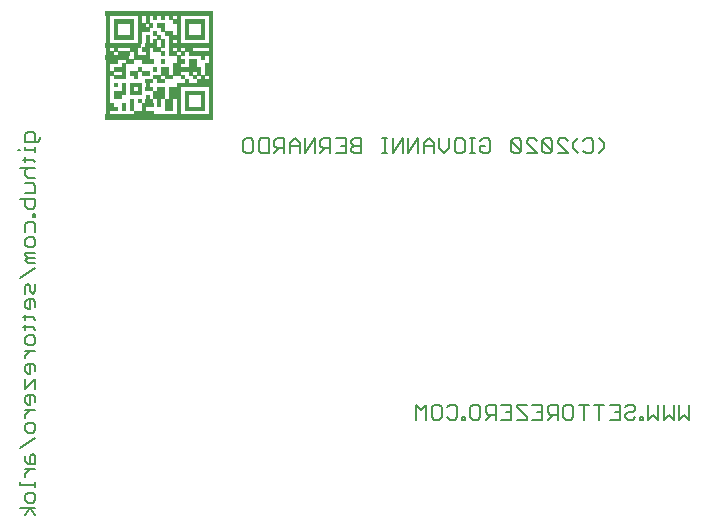
<source format=gbr>
G04 EAGLE Gerber RS-274X export*
G75*
%MOMM*%
%FSLAX34Y34*%
%LPD*%
%INSilkscreen Bottom*%
%IPPOS*%
%AMOC8*
5,1,8,0,0,1.08239X$1,22.5*%
G01*
%ADD10C,0.152400*%
%ADD11R,9.144000X0.030481*%
%ADD12R,9.144000X0.030475*%
%ADD13R,0.396238X0.030481*%
%ADD14R,1.676400X0.030481*%
%ADD15R,0.335281X0.030481*%
%ADD16R,0.365756X0.030481*%
%ADD17R,0.396238X0.030475*%
%ADD18R,1.676400X0.030475*%
%ADD19R,0.335281X0.030475*%
%ADD20R,0.365756X0.030475*%
%ADD21R,1.066800X0.030475*%
%ADD22R,0.335275X0.030475*%
%ADD23R,0.670563X0.030475*%
%ADD24R,1.066800X0.030481*%
%ADD25R,0.335275X0.030481*%
%ADD26R,0.670563X0.030481*%
%ADD27R,0.731519X0.030481*%
%ADD28R,1.005837X0.030481*%
%ADD29R,0.731519X0.030475*%
%ADD30R,1.005837X0.030475*%
%ADD31R,0.670556X0.030481*%
%ADD32R,0.670556X0.030475*%
%ADD33R,3.048000X0.030481*%
%ADD34R,3.048000X0.030475*%
%ADD35R,1.371600X0.030475*%
%ADD36R,1.371600X0.030481*%
%ADD37R,0.701037X0.030481*%
%ADD38R,0.701037X0.030475*%
%ADD39R,2.346956X0.030475*%
%ADD40R,2.346956X0.030481*%
%ADD41R,2.072637X0.030481*%
%ADD42R,1.341119X0.030481*%
%ADD43R,2.072637X0.030475*%
%ADD44R,1.341119X0.030475*%
%ADD45R,2.042156X0.030481*%
%ADD46R,2.042156X0.030475*%
%ADD47R,3.078481X0.030481*%
%ADD48R,3.718556X0.030481*%
%ADD49R,3.078481X0.030475*%
%ADD50R,3.718556X0.030475*%


D10*
X502747Y397256D02*
X506984Y401493D01*
X506984Y405730D01*
X502747Y409967D01*
X491897Y409967D02*
X489779Y407848D01*
X491897Y409967D02*
X496134Y409967D01*
X498253Y407848D01*
X498253Y399374D01*
X496134Y397256D01*
X491897Y397256D01*
X489779Y399374D01*
X485155Y397256D02*
X480918Y401493D01*
X480918Y405730D01*
X485155Y409967D01*
X476424Y397256D02*
X467950Y397256D01*
X476424Y397256D02*
X467950Y405730D01*
X467950Y407848D01*
X470068Y409967D01*
X474305Y409967D01*
X476424Y407848D01*
X463327Y407848D02*
X463327Y399374D01*
X463327Y407848D02*
X461208Y409967D01*
X456971Y409967D01*
X454853Y407848D01*
X454853Y399374D01*
X456971Y397256D01*
X461208Y397256D01*
X463327Y399374D01*
X454853Y407848D01*
X450229Y397256D02*
X441755Y397256D01*
X450229Y397256D02*
X441755Y405730D01*
X441755Y407848D01*
X443874Y409967D01*
X448111Y409967D01*
X450229Y407848D01*
X437132Y407848D02*
X437132Y399374D01*
X437132Y407848D02*
X435014Y409967D01*
X430777Y409967D01*
X428658Y407848D01*
X428658Y399374D01*
X430777Y397256D01*
X435014Y397256D01*
X437132Y399374D01*
X428658Y407848D01*
X404582Y409967D02*
X402464Y407848D01*
X404582Y409967D02*
X408819Y409967D01*
X410938Y407848D01*
X410938Y399374D01*
X408819Y397256D01*
X404582Y397256D01*
X402464Y399374D01*
X402464Y403611D01*
X406701Y403611D01*
X397840Y397256D02*
X393603Y397256D01*
X395722Y397256D02*
X395722Y409967D01*
X397840Y409967D02*
X393603Y409967D01*
X386990Y409967D02*
X382753Y409967D01*
X386990Y409967D02*
X389109Y407848D01*
X389109Y399374D01*
X386990Y397256D01*
X382753Y397256D01*
X380635Y399374D01*
X380635Y407848D01*
X382753Y409967D01*
X376012Y409967D02*
X376012Y401493D01*
X371775Y397256D01*
X367538Y401493D01*
X367538Y409967D01*
X362914Y405730D02*
X362914Y397256D01*
X362914Y405730D02*
X358677Y409967D01*
X354440Y405730D01*
X354440Y397256D01*
X354440Y403611D02*
X362914Y403611D01*
X349817Y397256D02*
X349817Y409967D01*
X341343Y397256D01*
X341343Y409967D01*
X336720Y409967D02*
X336720Y397256D01*
X328246Y397256D02*
X336720Y409967D01*
X328246Y409967D02*
X328246Y397256D01*
X323623Y397256D02*
X319386Y397256D01*
X321504Y397256D02*
X321504Y409967D01*
X319386Y409967D02*
X323623Y409967D01*
X301794Y409967D02*
X301794Y397256D01*
X301794Y409967D02*
X295438Y409967D01*
X293320Y407848D01*
X293320Y405730D01*
X295438Y403611D01*
X293320Y401493D01*
X293320Y399374D01*
X295438Y397256D01*
X301794Y397256D01*
X301794Y403611D02*
X295438Y403611D01*
X288697Y409967D02*
X280223Y409967D01*
X288697Y409967D02*
X288697Y397256D01*
X280223Y397256D01*
X284460Y403611D02*
X288697Y403611D01*
X275599Y397256D02*
X275599Y409967D01*
X269244Y409967D01*
X267125Y407848D01*
X267125Y403611D01*
X269244Y401493D01*
X275599Y401493D01*
X271362Y401493D02*
X267125Y397256D01*
X262502Y397256D02*
X262502Y409967D01*
X254028Y397256D01*
X254028Y409967D01*
X249405Y405730D02*
X249405Y397256D01*
X249405Y405730D02*
X245168Y409967D01*
X240931Y405730D01*
X240931Y397256D01*
X240931Y403611D02*
X249405Y403611D01*
X236308Y397256D02*
X236308Y409967D01*
X229952Y409967D01*
X227834Y407848D01*
X227834Y403611D01*
X229952Y401493D01*
X236308Y401493D01*
X232071Y401493D02*
X227834Y397256D01*
X223210Y397256D02*
X223210Y409967D01*
X223210Y397256D02*
X216855Y397256D01*
X214736Y399374D01*
X214736Y407848D01*
X216855Y409967D01*
X223210Y409967D01*
X207995Y409967D02*
X203758Y409967D01*
X207995Y409967D02*
X210113Y407848D01*
X210113Y399374D01*
X207995Y397256D01*
X203758Y397256D01*
X201639Y399374D01*
X201639Y407848D01*
X203758Y409967D01*
X579374Y184415D02*
X579374Y171704D01*
X575137Y175941D01*
X570900Y171704D01*
X570900Y184415D01*
X566277Y184415D02*
X566277Y171704D01*
X562040Y175941D01*
X557803Y171704D01*
X557803Y184415D01*
X553180Y184415D02*
X553180Y171704D01*
X548943Y175941D01*
X544706Y171704D01*
X544706Y184415D01*
X540082Y173822D02*
X540082Y171704D01*
X540082Y173822D02*
X537964Y173822D01*
X537964Y171704D01*
X540082Y171704D01*
X527178Y184415D02*
X525060Y182296D01*
X527178Y184415D02*
X531415Y184415D01*
X533534Y182296D01*
X533534Y180178D01*
X531415Y178059D01*
X527178Y178059D01*
X525060Y175941D01*
X525060Y173822D01*
X527178Y171704D01*
X531415Y171704D01*
X533534Y173822D01*
X520436Y184415D02*
X511962Y184415D01*
X520436Y184415D02*
X520436Y171704D01*
X511962Y171704D01*
X516199Y178059D02*
X520436Y178059D01*
X503102Y171704D02*
X503102Y184415D01*
X507339Y184415D02*
X498865Y184415D01*
X490005Y184415D02*
X490005Y171704D01*
X494242Y184415D02*
X485768Y184415D01*
X479026Y184415D02*
X474789Y184415D01*
X479026Y184415D02*
X481145Y182296D01*
X481145Y173822D01*
X479026Y171704D01*
X474789Y171704D01*
X472671Y173822D01*
X472671Y182296D01*
X474789Y184415D01*
X468047Y184415D02*
X468047Y171704D01*
X468047Y184415D02*
X461692Y184415D01*
X459573Y182296D01*
X459573Y178059D01*
X461692Y175941D01*
X468047Y175941D01*
X463810Y175941D02*
X459573Y171704D01*
X454950Y184415D02*
X446476Y184415D01*
X454950Y184415D02*
X454950Y171704D01*
X446476Y171704D01*
X450713Y178059D02*
X454950Y178059D01*
X441853Y184415D02*
X433379Y184415D01*
X433379Y182296D01*
X441853Y173822D01*
X441853Y171704D01*
X433379Y171704D01*
X428756Y184415D02*
X420282Y184415D01*
X428756Y184415D02*
X428756Y171704D01*
X420282Y171704D01*
X424519Y178059D02*
X428756Y178059D01*
X415658Y171704D02*
X415658Y184415D01*
X409303Y184415D01*
X407184Y182296D01*
X407184Y178059D01*
X409303Y175941D01*
X415658Y175941D01*
X411421Y175941D02*
X407184Y171704D01*
X400443Y184415D02*
X396206Y184415D01*
X400443Y184415D02*
X402561Y182296D01*
X402561Y173822D01*
X400443Y171704D01*
X396206Y171704D01*
X394087Y173822D01*
X394087Y182296D01*
X396206Y184415D01*
X389464Y173822D02*
X389464Y171704D01*
X389464Y173822D02*
X387345Y173822D01*
X387345Y171704D01*
X389464Y171704D01*
X376560Y184415D02*
X374441Y182296D01*
X376560Y184415D02*
X380797Y184415D01*
X382915Y182296D01*
X382915Y173822D01*
X380797Y171704D01*
X376560Y171704D01*
X374441Y173822D01*
X367700Y184415D02*
X363463Y184415D01*
X367700Y184415D02*
X369818Y182296D01*
X369818Y173822D01*
X367700Y171704D01*
X363463Y171704D01*
X361344Y173822D01*
X361344Y182296D01*
X363463Y184415D01*
X356721Y184415D02*
X356721Y171704D01*
X352484Y180178D02*
X356721Y184415D01*
X352484Y180178D02*
X348247Y184415D01*
X348247Y171704D01*
X29891Y409189D02*
X29891Y411307D01*
X29891Y409189D02*
X27772Y407070D01*
X17180Y407070D01*
X17180Y413426D01*
X19299Y415544D01*
X23536Y415544D01*
X25654Y413426D01*
X25654Y407070D01*
X17180Y402447D02*
X17180Y400328D01*
X25654Y400328D01*
X25654Y398210D02*
X25654Y402447D01*
X12943Y400328D02*
X10825Y400328D01*
X15062Y391597D02*
X23536Y391597D01*
X25654Y389478D01*
X17180Y389478D02*
X17180Y393715D01*
X12943Y384984D02*
X25654Y384984D01*
X19299Y384984D02*
X17180Y382865D01*
X17180Y378628D01*
X19299Y376510D01*
X25654Y376510D01*
X23536Y371887D02*
X17180Y371887D01*
X23536Y371887D02*
X25654Y369768D01*
X25654Y363413D01*
X17180Y363413D01*
X12943Y358789D02*
X25654Y358789D01*
X25654Y352434D01*
X23536Y350315D01*
X19299Y350315D01*
X17180Y352434D01*
X17180Y358789D01*
X23536Y345692D02*
X25654Y345692D01*
X23536Y345692D02*
X23536Y343574D01*
X25654Y343574D01*
X25654Y345692D01*
X17180Y337025D02*
X17180Y330669D01*
X17180Y337025D02*
X19299Y339143D01*
X23536Y339143D01*
X25654Y337025D01*
X25654Y330669D01*
X25654Y323928D02*
X25654Y319691D01*
X23536Y317572D01*
X19299Y317572D01*
X17180Y319691D01*
X17180Y323928D01*
X19299Y326046D01*
X23536Y326046D01*
X25654Y323928D01*
X25654Y312949D02*
X17180Y312949D01*
X17180Y310830D01*
X19299Y308712D01*
X25654Y308712D01*
X19299Y308712D02*
X17180Y306593D01*
X19299Y304475D01*
X25654Y304475D01*
X25654Y299852D02*
X12943Y291378D01*
X25654Y286754D02*
X25654Y280399D01*
X23536Y278280D01*
X21417Y280399D01*
X21417Y284636D01*
X19299Y286754D01*
X17180Y284636D01*
X17180Y278280D01*
X25654Y271539D02*
X25654Y267302D01*
X25654Y271539D02*
X23536Y273657D01*
X19299Y273657D01*
X17180Y271539D01*
X17180Y267302D01*
X19299Y265183D01*
X21417Y265183D01*
X21417Y273657D01*
X23536Y258441D02*
X15062Y258441D01*
X23536Y258441D02*
X25654Y256323D01*
X17180Y256323D02*
X17180Y260560D01*
X15062Y249710D02*
X23536Y249710D01*
X25654Y247591D01*
X17180Y247591D02*
X17180Y251828D01*
X25654Y240978D02*
X25654Y236741D01*
X23536Y234623D01*
X19299Y234623D01*
X17180Y236741D01*
X17180Y240978D01*
X19299Y243097D01*
X23536Y243097D01*
X25654Y240978D01*
X25654Y230000D02*
X17180Y230000D01*
X21417Y230000D02*
X17180Y225763D01*
X17180Y223644D01*
X25654Y216967D02*
X25654Y212730D01*
X25654Y216967D02*
X23536Y219085D01*
X19299Y219085D01*
X17180Y216967D01*
X17180Y212730D01*
X19299Y210611D01*
X21417Y210611D01*
X21417Y219085D01*
X17180Y205988D02*
X17180Y197514D01*
X25654Y205988D01*
X25654Y197514D01*
X25654Y190772D02*
X25654Y186535D01*
X25654Y190772D02*
X23536Y192891D01*
X19299Y192891D01*
X17180Y190772D01*
X17180Y186535D01*
X19299Y184417D01*
X21417Y184417D01*
X21417Y192891D01*
X25654Y179794D02*
X17180Y179794D01*
X21417Y179794D02*
X17180Y175557D01*
X17180Y173438D01*
X25654Y166761D02*
X25654Y162524D01*
X23536Y160405D01*
X19299Y160405D01*
X17180Y162524D01*
X17180Y166761D01*
X19299Y168879D01*
X23536Y168879D01*
X25654Y166761D01*
X25654Y155782D02*
X12943Y147308D01*
X17180Y140566D02*
X17180Y136329D01*
X19299Y134211D01*
X25654Y134211D01*
X25654Y140566D01*
X23536Y142685D01*
X21417Y140566D01*
X21417Y134211D01*
X25654Y129587D02*
X17180Y129587D01*
X21417Y129587D02*
X17180Y125350D01*
X17180Y123232D01*
X12943Y118673D02*
X12943Y116555D01*
X25654Y116555D01*
X25654Y118673D02*
X25654Y114436D01*
X25654Y107823D02*
X25654Y103586D01*
X23536Y101468D01*
X19299Y101468D01*
X17180Y103586D01*
X17180Y107823D01*
X19299Y109942D01*
X23536Y109942D01*
X25654Y107823D01*
X25654Y96844D02*
X12943Y96844D01*
X21417Y96844D02*
X25654Y90489D01*
X21417Y96844D02*
X17180Y90489D01*
D11*
X130607Y425501D03*
D12*
X130607Y425806D03*
D11*
X130607Y426110D03*
X130607Y426415D03*
D12*
X130607Y426720D03*
D11*
X130607Y427025D03*
D12*
X130607Y427330D03*
D11*
X130607Y427634D03*
X130607Y427939D03*
D12*
X130607Y428244D03*
D11*
X130607Y428549D03*
D12*
X130607Y428854D03*
D11*
X130607Y429158D03*
D13*
X86868Y429463D03*
D14*
X117348Y429463D03*
D15*
X147523Y429463D03*
D16*
X174498Y429463D03*
D17*
X86868Y429768D03*
D18*
X117348Y429768D03*
D19*
X147523Y429768D03*
D20*
X174498Y429768D03*
D13*
X86868Y430073D03*
D14*
X117348Y430073D03*
D15*
X147523Y430073D03*
D16*
X174498Y430073D03*
D17*
X86868Y430378D03*
D18*
X117348Y430378D03*
D19*
X147523Y430378D03*
D20*
X174498Y430378D03*
D13*
X86868Y430682D03*
D14*
X117348Y430682D03*
D15*
X147523Y430682D03*
D16*
X174498Y430682D03*
D13*
X86868Y430987D03*
D14*
X117348Y430987D03*
D15*
X147523Y430987D03*
D16*
X174498Y430987D03*
D17*
X86868Y431292D03*
D18*
X117348Y431292D03*
D19*
X147523Y431292D03*
D20*
X174498Y431292D03*
D13*
X86868Y431597D03*
D14*
X117348Y431597D03*
D15*
X147523Y431597D03*
D16*
X174498Y431597D03*
D17*
X86868Y431902D03*
D18*
X117348Y431902D03*
D19*
X147523Y431902D03*
D20*
X174498Y431902D03*
D13*
X86868Y432206D03*
D14*
X117348Y432206D03*
D15*
X147523Y432206D03*
D16*
X174498Y432206D03*
D13*
X86868Y432511D03*
D14*
X117348Y432511D03*
D15*
X147523Y432511D03*
D16*
X174498Y432511D03*
D21*
X90221Y432816D03*
D22*
X100584Y432816D03*
D19*
X107290Y432816D03*
D22*
X117348Y432816D03*
D23*
X139141Y432816D03*
D19*
X147523Y432816D03*
D18*
X160934Y432816D03*
D20*
X174498Y432816D03*
D24*
X90221Y433121D03*
D25*
X100584Y433121D03*
D15*
X107290Y433121D03*
D25*
X117348Y433121D03*
D26*
X139141Y433121D03*
D15*
X147523Y433121D03*
D14*
X160934Y433121D03*
D16*
X174498Y433121D03*
D21*
X90221Y433426D03*
D22*
X100584Y433426D03*
D19*
X107290Y433426D03*
D22*
X117348Y433426D03*
D23*
X139141Y433426D03*
D19*
X147523Y433426D03*
D18*
X160934Y433426D03*
D20*
X174498Y433426D03*
D24*
X90221Y433730D03*
D25*
X100584Y433730D03*
D15*
X107290Y433730D03*
D25*
X117348Y433730D03*
D26*
X139141Y433730D03*
D15*
X147523Y433730D03*
D14*
X160934Y433730D03*
D16*
X174498Y433730D03*
D24*
X90221Y434035D03*
D25*
X100584Y434035D03*
D15*
X107290Y434035D03*
D25*
X117348Y434035D03*
D26*
X139141Y434035D03*
D15*
X147523Y434035D03*
D14*
X160934Y434035D03*
D16*
X174498Y434035D03*
D21*
X90221Y434340D03*
D22*
X100584Y434340D03*
D19*
X107290Y434340D03*
D22*
X117348Y434340D03*
D23*
X139141Y434340D03*
D19*
X147523Y434340D03*
D18*
X160934Y434340D03*
D20*
X174498Y434340D03*
D24*
X90221Y434645D03*
D25*
X100584Y434645D03*
D15*
X107290Y434645D03*
D25*
X117348Y434645D03*
D26*
X139141Y434645D03*
D15*
X147523Y434645D03*
D14*
X160934Y434645D03*
D16*
X174498Y434645D03*
D21*
X90221Y434950D03*
D22*
X100584Y434950D03*
D19*
X107290Y434950D03*
D22*
X117348Y434950D03*
D23*
X139141Y434950D03*
D19*
X147523Y434950D03*
D18*
X160934Y434950D03*
D20*
X174498Y434950D03*
D24*
X90221Y435254D03*
D25*
X100584Y435254D03*
D15*
X107290Y435254D03*
D25*
X117348Y435254D03*
D26*
X139141Y435254D03*
D15*
X147523Y435254D03*
D14*
X160934Y435254D03*
D16*
X174498Y435254D03*
D24*
X90221Y435559D03*
D25*
X100584Y435559D03*
D15*
X107290Y435559D03*
D25*
X117348Y435559D03*
D26*
X139141Y435559D03*
D15*
X147523Y435559D03*
D14*
X160934Y435559D03*
D16*
X174498Y435559D03*
D21*
X90221Y435864D03*
D22*
X100584Y435864D03*
D19*
X107290Y435864D03*
D22*
X117348Y435864D03*
D23*
X139141Y435864D03*
D19*
X147523Y435864D03*
D18*
X160934Y435864D03*
D20*
X174498Y435864D03*
D27*
X88544Y436169D03*
D25*
X100584Y436169D03*
D15*
X107290Y436169D03*
D28*
X120701Y436169D03*
D15*
X130759Y436169D03*
D26*
X139141Y436169D03*
D15*
X147523Y436169D03*
X154229Y436169D03*
D25*
X167640Y436169D03*
D16*
X174498Y436169D03*
D29*
X88544Y436474D03*
D22*
X100584Y436474D03*
D19*
X107290Y436474D03*
D30*
X120701Y436474D03*
D19*
X130759Y436474D03*
D23*
X139141Y436474D03*
D19*
X147523Y436474D03*
X154229Y436474D03*
D22*
X167640Y436474D03*
D20*
X174498Y436474D03*
D27*
X88544Y436778D03*
D25*
X100584Y436778D03*
D15*
X107290Y436778D03*
D28*
X120701Y436778D03*
D15*
X130759Y436778D03*
D26*
X139141Y436778D03*
D15*
X147523Y436778D03*
X154229Y436778D03*
D25*
X167640Y436778D03*
D16*
X174498Y436778D03*
D27*
X88544Y437083D03*
D25*
X100584Y437083D03*
D15*
X107290Y437083D03*
D28*
X120701Y437083D03*
D15*
X130759Y437083D03*
D26*
X139141Y437083D03*
D15*
X147523Y437083D03*
X154229Y437083D03*
D25*
X167640Y437083D03*
D16*
X174498Y437083D03*
D29*
X88544Y437388D03*
D22*
X100584Y437388D03*
D19*
X107290Y437388D03*
D30*
X120701Y437388D03*
D19*
X130759Y437388D03*
D23*
X139141Y437388D03*
D19*
X147523Y437388D03*
X154229Y437388D03*
D22*
X167640Y437388D03*
D20*
X174498Y437388D03*
D27*
X88544Y437693D03*
D25*
X100584Y437693D03*
D15*
X107290Y437693D03*
D28*
X120701Y437693D03*
D15*
X130759Y437693D03*
D26*
X139141Y437693D03*
D15*
X147523Y437693D03*
X154229Y437693D03*
D25*
X167640Y437693D03*
D16*
X174498Y437693D03*
D29*
X88544Y437998D03*
D22*
X100584Y437998D03*
D19*
X107290Y437998D03*
D30*
X120701Y437998D03*
D19*
X130759Y437998D03*
D23*
X139141Y437998D03*
D19*
X147523Y437998D03*
X154229Y437998D03*
D22*
X167640Y437998D03*
D20*
X174498Y437998D03*
D27*
X88544Y438302D03*
D25*
X100584Y438302D03*
D15*
X107290Y438302D03*
D28*
X120701Y438302D03*
D15*
X130759Y438302D03*
D26*
X139141Y438302D03*
D15*
X147523Y438302D03*
X154229Y438302D03*
D25*
X167640Y438302D03*
D16*
X174498Y438302D03*
D27*
X88544Y438607D03*
D25*
X100584Y438607D03*
D15*
X107290Y438607D03*
D28*
X120701Y438607D03*
D15*
X130759Y438607D03*
D26*
X139141Y438607D03*
D15*
X147523Y438607D03*
X154229Y438607D03*
D25*
X167640Y438607D03*
D16*
X174498Y438607D03*
D29*
X88544Y438912D03*
D22*
X100584Y438912D03*
D19*
X107290Y438912D03*
D30*
X120701Y438912D03*
D19*
X130759Y438912D03*
D23*
X139141Y438912D03*
D19*
X147523Y438912D03*
X154229Y438912D03*
D22*
X167640Y438912D03*
D20*
X174498Y438912D03*
D27*
X88544Y439217D03*
D25*
X100584Y439217D03*
D15*
X107290Y439217D03*
D28*
X120701Y439217D03*
D15*
X130759Y439217D03*
D26*
X139141Y439217D03*
D15*
X147523Y439217D03*
X154229Y439217D03*
D25*
X167640Y439217D03*
D16*
X174498Y439217D03*
D17*
X86868Y439522D03*
D19*
X107290Y439522D03*
X113995Y439522D03*
D23*
X122377Y439522D03*
D19*
X130759Y439522D03*
D23*
X139141Y439522D03*
D19*
X147523Y439522D03*
X154229Y439522D03*
D22*
X167640Y439522D03*
D20*
X174498Y439522D03*
D13*
X86868Y439826D03*
D15*
X107290Y439826D03*
X113995Y439826D03*
D26*
X122377Y439826D03*
D15*
X130759Y439826D03*
D26*
X139141Y439826D03*
D15*
X147523Y439826D03*
X154229Y439826D03*
D25*
X167640Y439826D03*
D16*
X174498Y439826D03*
D13*
X86868Y440131D03*
D15*
X107290Y440131D03*
X113995Y440131D03*
D26*
X122377Y440131D03*
D15*
X130759Y440131D03*
D26*
X139141Y440131D03*
D15*
X147523Y440131D03*
X154229Y440131D03*
D25*
X167640Y440131D03*
D16*
X174498Y440131D03*
D17*
X86868Y440436D03*
D19*
X107290Y440436D03*
X113995Y440436D03*
D23*
X122377Y440436D03*
D19*
X130759Y440436D03*
D23*
X139141Y440436D03*
D19*
X147523Y440436D03*
X154229Y440436D03*
D22*
X167640Y440436D03*
D20*
X174498Y440436D03*
D13*
X86868Y440741D03*
D15*
X107290Y440741D03*
X113995Y440741D03*
D26*
X122377Y440741D03*
D15*
X130759Y440741D03*
D26*
X139141Y440741D03*
D15*
X147523Y440741D03*
X154229Y440741D03*
D25*
X167640Y440741D03*
D16*
X174498Y440741D03*
D17*
X86868Y441046D03*
D19*
X107290Y441046D03*
X113995Y441046D03*
D23*
X122377Y441046D03*
D19*
X130759Y441046D03*
D23*
X139141Y441046D03*
D19*
X147523Y441046D03*
X154229Y441046D03*
D22*
X167640Y441046D03*
D20*
X174498Y441046D03*
D13*
X86868Y441350D03*
D15*
X107290Y441350D03*
X113995Y441350D03*
D26*
X122377Y441350D03*
D15*
X130759Y441350D03*
D26*
X139141Y441350D03*
D15*
X147523Y441350D03*
X154229Y441350D03*
D25*
X167640Y441350D03*
D16*
X174498Y441350D03*
D13*
X86868Y441655D03*
D15*
X107290Y441655D03*
X113995Y441655D03*
D26*
X122377Y441655D03*
D15*
X130759Y441655D03*
D26*
X139141Y441655D03*
D15*
X147523Y441655D03*
X154229Y441655D03*
D25*
X167640Y441655D03*
D16*
X174498Y441655D03*
D17*
X86868Y441960D03*
D19*
X107290Y441960D03*
X113995Y441960D03*
D23*
X122377Y441960D03*
D19*
X130759Y441960D03*
D23*
X139141Y441960D03*
D19*
X147523Y441960D03*
X154229Y441960D03*
D22*
X167640Y441960D03*
D20*
X174498Y441960D03*
D13*
X86868Y442265D03*
D15*
X107290Y442265D03*
X113995Y442265D03*
D26*
X122377Y442265D03*
D15*
X130759Y442265D03*
D26*
X139141Y442265D03*
D15*
X147523Y442265D03*
X154229Y442265D03*
D25*
X167640Y442265D03*
D16*
X174498Y442265D03*
D17*
X86868Y442570D03*
D19*
X107290Y442570D03*
X113995Y442570D03*
D23*
X122377Y442570D03*
D19*
X130759Y442570D03*
D23*
X139141Y442570D03*
D19*
X147523Y442570D03*
X154229Y442570D03*
D22*
X167640Y442570D03*
D20*
X174498Y442570D03*
D13*
X86868Y442874D03*
D31*
X95555Y442874D03*
D15*
X120701Y442874D03*
D28*
X130759Y442874D03*
X144170Y442874D03*
D15*
X154229Y442874D03*
D25*
X167640Y442874D03*
D16*
X174498Y442874D03*
D13*
X86868Y443179D03*
D31*
X95555Y443179D03*
D15*
X120701Y443179D03*
D28*
X130759Y443179D03*
X144170Y443179D03*
D15*
X154229Y443179D03*
D25*
X167640Y443179D03*
D16*
X174498Y443179D03*
D17*
X86868Y443484D03*
D32*
X95555Y443484D03*
D19*
X120701Y443484D03*
D30*
X130759Y443484D03*
X144170Y443484D03*
D19*
X154229Y443484D03*
D22*
X167640Y443484D03*
D20*
X174498Y443484D03*
D13*
X86868Y443789D03*
D31*
X95555Y443789D03*
D15*
X120701Y443789D03*
D28*
X130759Y443789D03*
X144170Y443789D03*
D15*
X154229Y443789D03*
D25*
X167640Y443789D03*
D16*
X174498Y443789D03*
D17*
X86868Y444094D03*
D32*
X95555Y444094D03*
D19*
X120701Y444094D03*
D30*
X130759Y444094D03*
X144170Y444094D03*
D19*
X154229Y444094D03*
D22*
X167640Y444094D03*
D20*
X174498Y444094D03*
D13*
X86868Y444398D03*
D31*
X95555Y444398D03*
D15*
X120701Y444398D03*
D28*
X130759Y444398D03*
X144170Y444398D03*
D15*
X154229Y444398D03*
D25*
X167640Y444398D03*
D16*
X174498Y444398D03*
D13*
X86868Y444703D03*
D31*
X95555Y444703D03*
D15*
X120701Y444703D03*
D28*
X130759Y444703D03*
X144170Y444703D03*
D15*
X154229Y444703D03*
D25*
X167640Y444703D03*
D16*
X174498Y444703D03*
D17*
X86868Y445008D03*
D32*
X95555Y445008D03*
D19*
X120701Y445008D03*
D30*
X130759Y445008D03*
X144170Y445008D03*
D19*
X154229Y445008D03*
D22*
X167640Y445008D03*
D20*
X174498Y445008D03*
D13*
X86868Y445313D03*
D31*
X95555Y445313D03*
D15*
X120701Y445313D03*
D28*
X130759Y445313D03*
X144170Y445313D03*
D15*
X154229Y445313D03*
D25*
X167640Y445313D03*
D16*
X174498Y445313D03*
D17*
X86868Y445618D03*
D32*
X95555Y445618D03*
D19*
X120701Y445618D03*
D30*
X130759Y445618D03*
X144170Y445618D03*
D19*
X154229Y445618D03*
D22*
X167640Y445618D03*
D20*
X174498Y445618D03*
D13*
X86868Y445922D03*
D31*
X95555Y445922D03*
D15*
X120701Y445922D03*
D28*
X130759Y445922D03*
X144170Y445922D03*
D15*
X154229Y445922D03*
D25*
X167640Y445922D03*
D16*
X174498Y445922D03*
D13*
X86868Y446227D03*
D28*
X97231Y446227D03*
X110642Y446227D03*
X130759Y446227D03*
X144170Y446227D03*
D14*
X160934Y446227D03*
D16*
X174498Y446227D03*
D17*
X86868Y446532D03*
D30*
X97231Y446532D03*
X110642Y446532D03*
X130759Y446532D03*
X144170Y446532D03*
D18*
X160934Y446532D03*
D20*
X174498Y446532D03*
D13*
X86868Y446837D03*
D28*
X97231Y446837D03*
X110642Y446837D03*
X130759Y446837D03*
X144170Y446837D03*
D14*
X160934Y446837D03*
D16*
X174498Y446837D03*
D17*
X86868Y447142D03*
D30*
X97231Y447142D03*
X110642Y447142D03*
X130759Y447142D03*
X144170Y447142D03*
D18*
X160934Y447142D03*
D20*
X174498Y447142D03*
D13*
X86868Y447446D03*
D28*
X97231Y447446D03*
X110642Y447446D03*
X130759Y447446D03*
X144170Y447446D03*
D14*
X160934Y447446D03*
D16*
X174498Y447446D03*
D13*
X86868Y447751D03*
D28*
X97231Y447751D03*
X110642Y447751D03*
X130759Y447751D03*
X144170Y447751D03*
D14*
X160934Y447751D03*
D16*
X174498Y447751D03*
D17*
X86868Y448056D03*
D30*
X97231Y448056D03*
X110642Y448056D03*
X130759Y448056D03*
X144170Y448056D03*
D18*
X160934Y448056D03*
D20*
X174498Y448056D03*
D13*
X86868Y448361D03*
D28*
X97231Y448361D03*
X110642Y448361D03*
X130759Y448361D03*
X144170Y448361D03*
D14*
X160934Y448361D03*
D16*
X174498Y448361D03*
D17*
X86868Y448666D03*
D30*
X97231Y448666D03*
X110642Y448666D03*
X130759Y448666D03*
X144170Y448666D03*
D18*
X160934Y448666D03*
D20*
X174498Y448666D03*
D13*
X86868Y448970D03*
D28*
X97231Y448970D03*
X110642Y448970D03*
X130759Y448970D03*
X144170Y448970D03*
D14*
X160934Y448970D03*
D16*
X174498Y448970D03*
D13*
X86868Y449275D03*
D28*
X97231Y449275D03*
X110642Y449275D03*
X130759Y449275D03*
X144170Y449275D03*
D14*
X160934Y449275D03*
D16*
X174498Y449275D03*
D17*
X86868Y449580D03*
D22*
X100584Y449580D03*
D19*
X107290Y449580D03*
X113995Y449580D03*
D23*
X122377Y449580D03*
D32*
X132436Y449580D03*
D30*
X144170Y449580D03*
D20*
X174498Y449580D03*
D13*
X86868Y449885D03*
D25*
X100584Y449885D03*
D15*
X107290Y449885D03*
X113995Y449885D03*
D26*
X122377Y449885D03*
D31*
X132436Y449885D03*
D28*
X144170Y449885D03*
D16*
X174498Y449885D03*
D17*
X86868Y450190D03*
D22*
X100584Y450190D03*
D19*
X107290Y450190D03*
X113995Y450190D03*
D23*
X122377Y450190D03*
D32*
X132436Y450190D03*
D30*
X144170Y450190D03*
D20*
X174498Y450190D03*
D13*
X86868Y450494D03*
D25*
X100584Y450494D03*
D15*
X107290Y450494D03*
X113995Y450494D03*
D26*
X122377Y450494D03*
D31*
X132436Y450494D03*
D28*
X144170Y450494D03*
D16*
X174498Y450494D03*
D13*
X86868Y450799D03*
D25*
X100584Y450799D03*
D15*
X107290Y450799D03*
X113995Y450799D03*
D26*
X122377Y450799D03*
D31*
X132436Y450799D03*
D28*
X144170Y450799D03*
D16*
X174498Y450799D03*
D17*
X86868Y451104D03*
D22*
X100584Y451104D03*
D19*
X107290Y451104D03*
X113995Y451104D03*
D23*
X122377Y451104D03*
D32*
X132436Y451104D03*
D30*
X144170Y451104D03*
D20*
X174498Y451104D03*
D13*
X86868Y451409D03*
D25*
X100584Y451409D03*
D15*
X107290Y451409D03*
X113995Y451409D03*
D26*
X122377Y451409D03*
D31*
X132436Y451409D03*
D28*
X144170Y451409D03*
D16*
X174498Y451409D03*
D17*
X86868Y451714D03*
D22*
X100584Y451714D03*
D19*
X107290Y451714D03*
X113995Y451714D03*
D23*
X122377Y451714D03*
D32*
X132436Y451714D03*
D30*
X144170Y451714D03*
D20*
X174498Y451714D03*
D13*
X86868Y452018D03*
D25*
X100584Y452018D03*
D15*
X107290Y452018D03*
X113995Y452018D03*
D26*
X122377Y452018D03*
D31*
X132436Y452018D03*
D28*
X144170Y452018D03*
D16*
X174498Y452018D03*
D13*
X86868Y452323D03*
D25*
X100584Y452323D03*
D15*
X107290Y452323D03*
X113995Y452323D03*
D26*
X122377Y452323D03*
D31*
X132436Y452323D03*
D28*
X144170Y452323D03*
D16*
X174498Y452323D03*
D17*
X86868Y452628D03*
D22*
X100584Y452628D03*
D19*
X107290Y452628D03*
X113995Y452628D03*
D23*
X122377Y452628D03*
D32*
X132436Y452628D03*
D30*
X144170Y452628D03*
D20*
X174498Y452628D03*
D13*
X86868Y452933D03*
D25*
X93878Y452933D03*
X100584Y452933D03*
D28*
X110642Y452933D03*
D15*
X120701Y452933D03*
D33*
X161087Y452933D03*
D17*
X86868Y453238D03*
D22*
X93878Y453238D03*
X100584Y453238D03*
D30*
X110642Y453238D03*
D19*
X120701Y453238D03*
D34*
X161087Y453238D03*
D13*
X86868Y453542D03*
D25*
X93878Y453542D03*
X100584Y453542D03*
D28*
X110642Y453542D03*
D15*
X120701Y453542D03*
D33*
X161087Y453542D03*
D13*
X86868Y453847D03*
D25*
X93878Y453847D03*
X100584Y453847D03*
D28*
X110642Y453847D03*
D15*
X120701Y453847D03*
D33*
X161087Y453847D03*
D17*
X86868Y454152D03*
D22*
X93878Y454152D03*
X100584Y454152D03*
D30*
X110642Y454152D03*
D19*
X120701Y454152D03*
D34*
X161087Y454152D03*
D13*
X86868Y454457D03*
D25*
X93878Y454457D03*
X100584Y454457D03*
D28*
X110642Y454457D03*
D15*
X120701Y454457D03*
D33*
X161087Y454457D03*
D17*
X86868Y454762D03*
D22*
X93878Y454762D03*
X100584Y454762D03*
D30*
X110642Y454762D03*
D19*
X120701Y454762D03*
D34*
X161087Y454762D03*
D13*
X86868Y455066D03*
D25*
X93878Y455066D03*
X100584Y455066D03*
D28*
X110642Y455066D03*
D15*
X120701Y455066D03*
D33*
X161087Y455066D03*
D13*
X86868Y455371D03*
D25*
X93878Y455371D03*
X100584Y455371D03*
D28*
X110642Y455371D03*
D15*
X120701Y455371D03*
D33*
X161087Y455371D03*
D17*
X86868Y455676D03*
D22*
X93878Y455676D03*
X100584Y455676D03*
D30*
X110642Y455676D03*
D19*
X120701Y455676D03*
D34*
X161087Y455676D03*
D13*
X86868Y455981D03*
D25*
X93878Y455981D03*
X100584Y455981D03*
D28*
X110642Y455981D03*
D15*
X120701Y455981D03*
D33*
X161087Y455981D03*
D17*
X86868Y456286D03*
D23*
X122377Y456286D03*
D32*
X132436Y456286D03*
D19*
X154229Y456286D03*
D35*
X169469Y456286D03*
D13*
X86868Y456590D03*
D26*
X122377Y456590D03*
D31*
X132436Y456590D03*
D15*
X154229Y456590D03*
D36*
X169469Y456590D03*
D13*
X86868Y456895D03*
D26*
X122377Y456895D03*
D31*
X132436Y456895D03*
D15*
X154229Y456895D03*
D36*
X169469Y456895D03*
D17*
X86868Y457200D03*
D23*
X122377Y457200D03*
D32*
X132436Y457200D03*
D19*
X154229Y457200D03*
D35*
X169469Y457200D03*
D13*
X86868Y457505D03*
D26*
X122377Y457505D03*
D31*
X132436Y457505D03*
D15*
X154229Y457505D03*
D36*
X169469Y457505D03*
D17*
X86868Y457810D03*
D23*
X122377Y457810D03*
D32*
X132436Y457810D03*
D19*
X154229Y457810D03*
D35*
X169469Y457810D03*
D13*
X86868Y458114D03*
D26*
X122377Y458114D03*
D31*
X132436Y458114D03*
D15*
X154229Y458114D03*
D36*
X169469Y458114D03*
D13*
X86868Y458419D03*
D26*
X122377Y458419D03*
D31*
X132436Y458419D03*
D15*
X154229Y458419D03*
D36*
X169469Y458419D03*
D17*
X86868Y458724D03*
D23*
X122377Y458724D03*
D32*
X132436Y458724D03*
D19*
X154229Y458724D03*
D35*
X169469Y458724D03*
D13*
X86868Y459029D03*
D26*
X122377Y459029D03*
D31*
X132436Y459029D03*
D15*
X154229Y459029D03*
D36*
X169469Y459029D03*
D17*
X86868Y459334D03*
D23*
X122377Y459334D03*
D32*
X132436Y459334D03*
D19*
X154229Y459334D03*
D35*
X169469Y459334D03*
D13*
X86868Y459638D03*
D28*
X97231Y459638D03*
D25*
X110642Y459638D03*
D31*
X129083Y459638D03*
D26*
X139141Y459638D03*
D25*
X150876Y459638D03*
X160934Y459638D03*
X167640Y459638D03*
D16*
X174498Y459638D03*
D13*
X86868Y459943D03*
D28*
X97231Y459943D03*
D25*
X110642Y459943D03*
D31*
X129083Y459943D03*
D26*
X139141Y459943D03*
D25*
X150876Y459943D03*
X160934Y459943D03*
X167640Y459943D03*
D16*
X174498Y459943D03*
D17*
X86868Y460248D03*
D30*
X97231Y460248D03*
D22*
X110642Y460248D03*
D32*
X129083Y460248D03*
D23*
X139141Y460248D03*
D22*
X150876Y460248D03*
X160934Y460248D03*
X167640Y460248D03*
D20*
X174498Y460248D03*
D13*
X86868Y460553D03*
D28*
X97231Y460553D03*
D25*
X110642Y460553D03*
D31*
X129083Y460553D03*
D26*
X139141Y460553D03*
D25*
X150876Y460553D03*
X160934Y460553D03*
X167640Y460553D03*
D16*
X174498Y460553D03*
D17*
X86868Y460858D03*
D30*
X97231Y460858D03*
D22*
X110642Y460858D03*
D32*
X129083Y460858D03*
D23*
X139141Y460858D03*
D22*
X150876Y460858D03*
X160934Y460858D03*
X167640Y460858D03*
D20*
X174498Y460858D03*
D13*
X86868Y461162D03*
D28*
X97231Y461162D03*
D25*
X110642Y461162D03*
D31*
X129083Y461162D03*
D26*
X139141Y461162D03*
D25*
X150876Y461162D03*
X160934Y461162D03*
X167640Y461162D03*
D16*
X174498Y461162D03*
D13*
X86868Y461467D03*
D28*
X97231Y461467D03*
D25*
X110642Y461467D03*
D31*
X129083Y461467D03*
D26*
X139141Y461467D03*
D25*
X150876Y461467D03*
X160934Y461467D03*
X167640Y461467D03*
D16*
X174498Y461467D03*
D17*
X86868Y461772D03*
D30*
X97231Y461772D03*
D22*
X110642Y461772D03*
D32*
X129083Y461772D03*
D23*
X139141Y461772D03*
D22*
X150876Y461772D03*
X160934Y461772D03*
X167640Y461772D03*
D20*
X174498Y461772D03*
D13*
X86868Y462077D03*
D28*
X97231Y462077D03*
D25*
X110642Y462077D03*
D31*
X129083Y462077D03*
D26*
X139141Y462077D03*
D25*
X150876Y462077D03*
X160934Y462077D03*
X167640Y462077D03*
D16*
X174498Y462077D03*
D17*
X86868Y462382D03*
D30*
X97231Y462382D03*
D22*
X110642Y462382D03*
D32*
X129083Y462382D03*
D23*
X139141Y462382D03*
D22*
X150876Y462382D03*
X160934Y462382D03*
X167640Y462382D03*
D20*
X174498Y462382D03*
D13*
X86868Y462686D03*
D28*
X97231Y462686D03*
D25*
X110642Y462686D03*
D31*
X129083Y462686D03*
D26*
X139141Y462686D03*
D25*
X150876Y462686D03*
X160934Y462686D03*
X167640Y462686D03*
D16*
X174498Y462686D03*
D27*
X88544Y462991D03*
D25*
X100584Y462991D03*
D31*
X108966Y462991D03*
X119024Y462991D03*
X135788Y462991D03*
X145847Y462991D03*
D15*
X157582Y462991D03*
X164287Y462991D03*
D37*
X172822Y462991D03*
D29*
X88544Y463296D03*
D22*
X100584Y463296D03*
D32*
X108966Y463296D03*
X119024Y463296D03*
X135788Y463296D03*
X145847Y463296D03*
D19*
X157582Y463296D03*
X164287Y463296D03*
D38*
X172822Y463296D03*
D27*
X88544Y463601D03*
D25*
X100584Y463601D03*
D31*
X108966Y463601D03*
X119024Y463601D03*
X135788Y463601D03*
X145847Y463601D03*
D15*
X157582Y463601D03*
X164287Y463601D03*
D37*
X172822Y463601D03*
D29*
X88544Y463906D03*
D22*
X100584Y463906D03*
D32*
X108966Y463906D03*
X119024Y463906D03*
X135788Y463906D03*
X145847Y463906D03*
D19*
X157582Y463906D03*
X164287Y463906D03*
D38*
X172822Y463906D03*
D27*
X88544Y464210D03*
D25*
X100584Y464210D03*
D31*
X108966Y464210D03*
X119024Y464210D03*
X135788Y464210D03*
X145847Y464210D03*
D15*
X157582Y464210D03*
X164287Y464210D03*
D37*
X172822Y464210D03*
D27*
X88544Y464515D03*
D25*
X100584Y464515D03*
D31*
X108966Y464515D03*
X119024Y464515D03*
X135788Y464515D03*
X145847Y464515D03*
D15*
X157582Y464515D03*
X164287Y464515D03*
D37*
X172822Y464515D03*
D29*
X88544Y464820D03*
D22*
X100584Y464820D03*
D32*
X108966Y464820D03*
X119024Y464820D03*
X135788Y464820D03*
X145847Y464820D03*
D19*
X157582Y464820D03*
X164287Y464820D03*
D38*
X172822Y464820D03*
D27*
X88544Y465125D03*
D25*
X100584Y465125D03*
D31*
X108966Y465125D03*
X119024Y465125D03*
X135788Y465125D03*
X145847Y465125D03*
D15*
X157582Y465125D03*
X164287Y465125D03*
D37*
X172822Y465125D03*
D29*
X88544Y465430D03*
D22*
X100584Y465430D03*
D32*
X108966Y465430D03*
X119024Y465430D03*
X135788Y465430D03*
X145847Y465430D03*
D19*
X157582Y465430D03*
X164287Y465430D03*
D38*
X172822Y465430D03*
D27*
X88544Y465734D03*
D25*
X100584Y465734D03*
D31*
X108966Y465734D03*
X119024Y465734D03*
X135788Y465734D03*
X145847Y465734D03*
D15*
X157582Y465734D03*
X164287Y465734D03*
D37*
X172822Y465734D03*
D27*
X88544Y466039D03*
D25*
X100584Y466039D03*
D31*
X108966Y466039D03*
X119024Y466039D03*
X135788Y466039D03*
X145847Y466039D03*
D15*
X157582Y466039D03*
X164287Y466039D03*
D37*
X172822Y466039D03*
D17*
X86868Y466344D03*
D30*
X97231Y466344D03*
D19*
X113995Y466344D03*
D22*
X127406Y466344D03*
D32*
X135788Y466344D03*
D39*
X154229Y466344D03*
D38*
X172822Y466344D03*
D13*
X86868Y466649D03*
D28*
X97231Y466649D03*
D15*
X113995Y466649D03*
D25*
X127406Y466649D03*
D31*
X135788Y466649D03*
D40*
X154229Y466649D03*
D37*
X172822Y466649D03*
D17*
X86868Y466954D03*
D30*
X97231Y466954D03*
D19*
X113995Y466954D03*
D22*
X127406Y466954D03*
D32*
X135788Y466954D03*
D39*
X154229Y466954D03*
D38*
X172822Y466954D03*
D13*
X86868Y467258D03*
D28*
X97231Y467258D03*
D15*
X113995Y467258D03*
D25*
X127406Y467258D03*
D31*
X135788Y467258D03*
D40*
X154229Y467258D03*
D37*
X172822Y467258D03*
D13*
X86868Y467563D03*
D28*
X97231Y467563D03*
D15*
X113995Y467563D03*
D25*
X127406Y467563D03*
D31*
X135788Y467563D03*
D40*
X154229Y467563D03*
D37*
X172822Y467563D03*
D17*
X86868Y467868D03*
D30*
X97231Y467868D03*
D19*
X113995Y467868D03*
D22*
X127406Y467868D03*
D32*
X135788Y467868D03*
D39*
X154229Y467868D03*
D38*
X172822Y467868D03*
D13*
X86868Y468173D03*
D28*
X97231Y468173D03*
D15*
X113995Y468173D03*
D25*
X127406Y468173D03*
D31*
X135788Y468173D03*
D40*
X154229Y468173D03*
D37*
X172822Y468173D03*
D17*
X86868Y468478D03*
D30*
X97231Y468478D03*
D19*
X113995Y468478D03*
D22*
X127406Y468478D03*
D32*
X135788Y468478D03*
D39*
X154229Y468478D03*
D38*
X172822Y468478D03*
D13*
X86868Y468782D03*
D28*
X97231Y468782D03*
D15*
X113995Y468782D03*
D25*
X127406Y468782D03*
D31*
X135788Y468782D03*
D40*
X154229Y468782D03*
D37*
X172822Y468782D03*
D13*
X86868Y469087D03*
D28*
X97231Y469087D03*
D15*
X113995Y469087D03*
D25*
X127406Y469087D03*
D31*
X135788Y469087D03*
D40*
X154229Y469087D03*
D37*
X172822Y469087D03*
D17*
X86868Y469392D03*
D30*
X97231Y469392D03*
D19*
X113995Y469392D03*
D22*
X127406Y469392D03*
D32*
X135788Y469392D03*
D39*
X154229Y469392D03*
D38*
X172822Y469392D03*
D13*
X86868Y469697D03*
D25*
X100584Y469697D03*
D31*
X145847Y469697D03*
X159258Y469697D03*
D37*
X172822Y469697D03*
D17*
X86868Y470002D03*
D22*
X100584Y470002D03*
D32*
X145847Y470002D03*
X159258Y470002D03*
D38*
X172822Y470002D03*
D13*
X86868Y470306D03*
D25*
X100584Y470306D03*
D31*
X145847Y470306D03*
X159258Y470306D03*
D37*
X172822Y470306D03*
D13*
X86868Y470611D03*
D25*
X100584Y470611D03*
D31*
X145847Y470611D03*
X159258Y470611D03*
D37*
X172822Y470611D03*
D17*
X86868Y470916D03*
D22*
X100584Y470916D03*
D32*
X145847Y470916D03*
X159258Y470916D03*
D38*
X172822Y470916D03*
D13*
X86868Y471221D03*
D25*
X100584Y471221D03*
D31*
X145847Y471221D03*
X159258Y471221D03*
D37*
X172822Y471221D03*
D17*
X86868Y471526D03*
D22*
X100584Y471526D03*
D32*
X145847Y471526D03*
X159258Y471526D03*
D38*
X172822Y471526D03*
D13*
X86868Y471830D03*
D25*
X100584Y471830D03*
D31*
X145847Y471830D03*
X159258Y471830D03*
D37*
X172822Y471830D03*
D13*
X86868Y472135D03*
D25*
X100584Y472135D03*
D31*
X145847Y472135D03*
X159258Y472135D03*
D37*
X172822Y472135D03*
D17*
X86868Y472440D03*
D22*
X100584Y472440D03*
D32*
X145847Y472440D03*
X159258Y472440D03*
D38*
X172822Y472440D03*
D13*
X86868Y472745D03*
D25*
X100584Y472745D03*
D31*
X145847Y472745D03*
X159258Y472745D03*
D37*
X172822Y472745D03*
D21*
X90221Y473050D03*
D23*
X105613Y473050D03*
D30*
X120701Y473050D03*
D22*
X134112Y473050D03*
D32*
X149200Y473050D03*
X159258Y473050D03*
D20*
X174498Y473050D03*
D24*
X90221Y473354D03*
D26*
X105613Y473354D03*
D28*
X120701Y473354D03*
D25*
X134112Y473354D03*
D31*
X149200Y473354D03*
X159258Y473354D03*
D16*
X174498Y473354D03*
D24*
X90221Y473659D03*
D26*
X105613Y473659D03*
D28*
X120701Y473659D03*
D25*
X134112Y473659D03*
D31*
X149200Y473659D03*
X159258Y473659D03*
D16*
X174498Y473659D03*
D21*
X90221Y473964D03*
D23*
X105613Y473964D03*
D30*
X120701Y473964D03*
D22*
X134112Y473964D03*
D32*
X149200Y473964D03*
X159258Y473964D03*
D20*
X174498Y473964D03*
D24*
X90221Y474269D03*
D26*
X105613Y474269D03*
D28*
X120701Y474269D03*
D25*
X134112Y474269D03*
D31*
X149200Y474269D03*
X159258Y474269D03*
D16*
X174498Y474269D03*
D21*
X90221Y474574D03*
D23*
X105613Y474574D03*
D30*
X120701Y474574D03*
D22*
X134112Y474574D03*
D32*
X149200Y474574D03*
X159258Y474574D03*
D20*
X174498Y474574D03*
D24*
X90221Y474878D03*
D26*
X105613Y474878D03*
D28*
X120701Y474878D03*
D25*
X134112Y474878D03*
D31*
X149200Y474878D03*
X159258Y474878D03*
D16*
X174498Y474878D03*
D24*
X90221Y475183D03*
D26*
X105613Y475183D03*
D28*
X120701Y475183D03*
D25*
X134112Y475183D03*
D31*
X149200Y475183D03*
X159258Y475183D03*
D16*
X174498Y475183D03*
D21*
X90221Y475488D03*
D23*
X105613Y475488D03*
D30*
X120701Y475488D03*
D22*
X134112Y475488D03*
D32*
X149200Y475488D03*
X159258Y475488D03*
D20*
X174498Y475488D03*
D24*
X90221Y475793D03*
D26*
X105613Y475793D03*
D28*
X120701Y475793D03*
D25*
X134112Y475793D03*
D31*
X149200Y475793D03*
X159258Y475793D03*
D16*
X174498Y475793D03*
D21*
X90221Y476098D03*
D23*
X105613Y476098D03*
D30*
X120701Y476098D03*
D22*
X134112Y476098D03*
D32*
X149200Y476098D03*
X159258Y476098D03*
D20*
X174498Y476098D03*
D41*
X95250Y476402D03*
D42*
X115672Y476402D03*
D15*
X147523Y476402D03*
D25*
X167640Y476402D03*
D16*
X174498Y476402D03*
D41*
X95250Y476707D03*
D42*
X115672Y476707D03*
D15*
X147523Y476707D03*
D25*
X167640Y476707D03*
D16*
X174498Y476707D03*
D43*
X95250Y477012D03*
D44*
X115672Y477012D03*
D19*
X147523Y477012D03*
D22*
X167640Y477012D03*
D20*
X174498Y477012D03*
D41*
X95250Y477317D03*
D42*
X115672Y477317D03*
D15*
X147523Y477317D03*
D25*
X167640Y477317D03*
D16*
X174498Y477317D03*
D43*
X95250Y477622D03*
D44*
X115672Y477622D03*
D19*
X147523Y477622D03*
D22*
X167640Y477622D03*
D20*
X174498Y477622D03*
D41*
X95250Y477926D03*
D42*
X115672Y477926D03*
D15*
X147523Y477926D03*
D25*
X167640Y477926D03*
D16*
X174498Y477926D03*
D41*
X95250Y478231D03*
D42*
X115672Y478231D03*
D15*
X147523Y478231D03*
D25*
X167640Y478231D03*
D16*
X174498Y478231D03*
D43*
X95250Y478536D03*
D44*
X115672Y478536D03*
D19*
X147523Y478536D03*
D22*
X167640Y478536D03*
D20*
X174498Y478536D03*
D41*
X95250Y478841D03*
D42*
X115672Y478841D03*
D15*
X147523Y478841D03*
D25*
X167640Y478841D03*
D16*
X174498Y478841D03*
D43*
X95250Y479146D03*
D44*
X115672Y479146D03*
D19*
X147523Y479146D03*
D22*
X167640Y479146D03*
D20*
X174498Y479146D03*
D41*
X95250Y479450D03*
D42*
X115672Y479450D03*
D15*
X147523Y479450D03*
D25*
X167640Y479450D03*
D16*
X174498Y479450D03*
D27*
X88544Y479755D03*
D28*
X100584Y479755D03*
D25*
X110642Y479755D03*
D15*
X120701Y479755D03*
D25*
X134112Y479755D03*
D31*
X142494Y479755D03*
D25*
X150876Y479755D03*
D45*
X166116Y479755D03*
D29*
X88544Y480060D03*
D30*
X100584Y480060D03*
D22*
X110642Y480060D03*
D19*
X120701Y480060D03*
D22*
X134112Y480060D03*
D32*
X142494Y480060D03*
D22*
X150876Y480060D03*
D46*
X166116Y480060D03*
D27*
X88544Y480365D03*
D28*
X100584Y480365D03*
D25*
X110642Y480365D03*
D15*
X120701Y480365D03*
D25*
X134112Y480365D03*
D31*
X142494Y480365D03*
D25*
X150876Y480365D03*
D45*
X166116Y480365D03*
D29*
X88544Y480670D03*
D30*
X100584Y480670D03*
D22*
X110642Y480670D03*
D19*
X120701Y480670D03*
D22*
X134112Y480670D03*
D32*
X142494Y480670D03*
D22*
X150876Y480670D03*
D46*
X166116Y480670D03*
D27*
X88544Y480974D03*
D28*
X100584Y480974D03*
D25*
X110642Y480974D03*
D15*
X120701Y480974D03*
D25*
X134112Y480974D03*
D31*
X142494Y480974D03*
D25*
X150876Y480974D03*
D45*
X166116Y480974D03*
D27*
X88544Y481279D03*
D28*
X100584Y481279D03*
D25*
X110642Y481279D03*
D15*
X120701Y481279D03*
D25*
X134112Y481279D03*
D31*
X142494Y481279D03*
D25*
X150876Y481279D03*
D45*
X166116Y481279D03*
D29*
X88544Y481584D03*
D30*
X100584Y481584D03*
D22*
X110642Y481584D03*
D19*
X120701Y481584D03*
D22*
X134112Y481584D03*
D32*
X142494Y481584D03*
D22*
X150876Y481584D03*
D46*
X166116Y481584D03*
D27*
X88544Y481889D03*
D28*
X100584Y481889D03*
D25*
X110642Y481889D03*
D15*
X120701Y481889D03*
D25*
X134112Y481889D03*
D31*
X142494Y481889D03*
D25*
X150876Y481889D03*
D45*
X166116Y481889D03*
D29*
X88544Y482194D03*
D30*
X100584Y482194D03*
D22*
X110642Y482194D03*
D19*
X120701Y482194D03*
D22*
X134112Y482194D03*
D32*
X142494Y482194D03*
D22*
X150876Y482194D03*
D46*
X166116Y482194D03*
D27*
X88544Y482498D03*
D28*
X100584Y482498D03*
D25*
X110642Y482498D03*
D15*
X120701Y482498D03*
D25*
X134112Y482498D03*
D31*
X142494Y482498D03*
D25*
X150876Y482498D03*
D45*
X166116Y482498D03*
D27*
X88544Y482803D03*
D28*
X100584Y482803D03*
D25*
X110642Y482803D03*
D15*
X120701Y482803D03*
D25*
X134112Y482803D03*
D31*
X142494Y482803D03*
D25*
X150876Y482803D03*
D45*
X166116Y482803D03*
D17*
X86868Y483108D03*
D22*
X93878Y483108D03*
D32*
X108966Y483108D03*
X119024Y483108D03*
X129083Y483108D03*
D19*
X140818Y483108D03*
X147523Y483108D03*
D23*
X155905Y483108D03*
D20*
X174498Y483108D03*
D13*
X86868Y483413D03*
D25*
X93878Y483413D03*
D31*
X108966Y483413D03*
X119024Y483413D03*
X129083Y483413D03*
D15*
X140818Y483413D03*
X147523Y483413D03*
D26*
X155905Y483413D03*
D16*
X174498Y483413D03*
D17*
X86868Y483718D03*
D22*
X93878Y483718D03*
D32*
X108966Y483718D03*
X119024Y483718D03*
X129083Y483718D03*
D19*
X140818Y483718D03*
X147523Y483718D03*
D23*
X155905Y483718D03*
D20*
X174498Y483718D03*
D13*
X86868Y484022D03*
D25*
X93878Y484022D03*
D31*
X108966Y484022D03*
X119024Y484022D03*
X129083Y484022D03*
D15*
X140818Y484022D03*
X147523Y484022D03*
D26*
X155905Y484022D03*
D16*
X174498Y484022D03*
D13*
X86868Y484327D03*
D25*
X93878Y484327D03*
D31*
X108966Y484327D03*
X119024Y484327D03*
X129083Y484327D03*
D15*
X140818Y484327D03*
X147523Y484327D03*
D26*
X155905Y484327D03*
D16*
X174498Y484327D03*
D17*
X86868Y484632D03*
D22*
X93878Y484632D03*
D32*
X108966Y484632D03*
X119024Y484632D03*
X129083Y484632D03*
D19*
X140818Y484632D03*
X147523Y484632D03*
D23*
X155905Y484632D03*
D20*
X174498Y484632D03*
D13*
X86868Y484937D03*
D25*
X93878Y484937D03*
D31*
X108966Y484937D03*
X119024Y484937D03*
X129083Y484937D03*
D15*
X140818Y484937D03*
X147523Y484937D03*
D26*
X155905Y484937D03*
D16*
X174498Y484937D03*
D17*
X86868Y485242D03*
D22*
X93878Y485242D03*
D32*
X108966Y485242D03*
X119024Y485242D03*
X129083Y485242D03*
D19*
X140818Y485242D03*
X147523Y485242D03*
D23*
X155905Y485242D03*
D20*
X174498Y485242D03*
D13*
X86868Y485546D03*
D25*
X93878Y485546D03*
D31*
X108966Y485546D03*
X119024Y485546D03*
X129083Y485546D03*
D15*
X140818Y485546D03*
X147523Y485546D03*
D26*
X155905Y485546D03*
D16*
X174498Y485546D03*
D13*
X86868Y485851D03*
D25*
X93878Y485851D03*
D31*
X108966Y485851D03*
X119024Y485851D03*
X129083Y485851D03*
D15*
X140818Y485851D03*
X147523Y485851D03*
D26*
X155905Y485851D03*
D16*
X174498Y485851D03*
D17*
X86868Y486156D03*
D22*
X93878Y486156D03*
D32*
X108966Y486156D03*
X119024Y486156D03*
X129083Y486156D03*
D19*
X140818Y486156D03*
X147523Y486156D03*
D23*
X155905Y486156D03*
D20*
X174498Y486156D03*
D47*
X100279Y486461D03*
D28*
X124054Y486461D03*
D25*
X134112Y486461D03*
D48*
X157734Y486461D03*
D49*
X100279Y486766D03*
D30*
X124054Y486766D03*
D22*
X134112Y486766D03*
D50*
X157734Y486766D03*
D47*
X100279Y487070D03*
D28*
X124054Y487070D03*
D25*
X134112Y487070D03*
D48*
X157734Y487070D03*
D47*
X100279Y487375D03*
D28*
X124054Y487375D03*
D25*
X134112Y487375D03*
D48*
X157734Y487375D03*
D49*
X100279Y487680D03*
D30*
X124054Y487680D03*
D22*
X134112Y487680D03*
D50*
X157734Y487680D03*
D47*
X100279Y487985D03*
D28*
X124054Y487985D03*
D25*
X134112Y487985D03*
D48*
X157734Y487985D03*
D49*
X100279Y488290D03*
D30*
X124054Y488290D03*
D22*
X134112Y488290D03*
D50*
X157734Y488290D03*
D47*
X100279Y488594D03*
D28*
X124054Y488594D03*
D25*
X134112Y488594D03*
D48*
X157734Y488594D03*
D47*
X100279Y488899D03*
D28*
X124054Y488899D03*
D25*
X134112Y488899D03*
D48*
X157734Y488899D03*
D49*
X100279Y489204D03*
D30*
X124054Y489204D03*
D22*
X134112Y489204D03*
D50*
X157734Y489204D03*
D47*
X100279Y489509D03*
D28*
X124054Y489509D03*
D25*
X134112Y489509D03*
D48*
X157734Y489509D03*
D17*
X86868Y489814D03*
D19*
X113995Y489814D03*
X120701Y489814D03*
D22*
X127406Y489814D03*
X134112Y489814D03*
D19*
X140818Y489814D03*
X147523Y489814D03*
D20*
X174498Y489814D03*
D13*
X86868Y490118D03*
D15*
X113995Y490118D03*
X120701Y490118D03*
D25*
X127406Y490118D03*
X134112Y490118D03*
D15*
X140818Y490118D03*
X147523Y490118D03*
D16*
X174498Y490118D03*
D13*
X86868Y490423D03*
D15*
X113995Y490423D03*
X120701Y490423D03*
D25*
X127406Y490423D03*
X134112Y490423D03*
D15*
X140818Y490423D03*
X147523Y490423D03*
D16*
X174498Y490423D03*
D17*
X86868Y490728D03*
D19*
X113995Y490728D03*
X120701Y490728D03*
D22*
X127406Y490728D03*
X134112Y490728D03*
D19*
X140818Y490728D03*
X147523Y490728D03*
D20*
X174498Y490728D03*
D13*
X86868Y491033D03*
D15*
X113995Y491033D03*
X120701Y491033D03*
D25*
X127406Y491033D03*
X134112Y491033D03*
D15*
X140818Y491033D03*
X147523Y491033D03*
D16*
X174498Y491033D03*
D17*
X86868Y491338D03*
D19*
X113995Y491338D03*
X120701Y491338D03*
D22*
X127406Y491338D03*
X134112Y491338D03*
D19*
X140818Y491338D03*
X147523Y491338D03*
D20*
X174498Y491338D03*
D13*
X86868Y491642D03*
D15*
X113995Y491642D03*
X120701Y491642D03*
D25*
X127406Y491642D03*
X134112Y491642D03*
D15*
X140818Y491642D03*
X147523Y491642D03*
D16*
X174498Y491642D03*
D13*
X86868Y491947D03*
D15*
X113995Y491947D03*
X120701Y491947D03*
D25*
X127406Y491947D03*
X134112Y491947D03*
D15*
X140818Y491947D03*
X147523Y491947D03*
D16*
X174498Y491947D03*
D17*
X86868Y492252D03*
D19*
X113995Y492252D03*
X120701Y492252D03*
D22*
X127406Y492252D03*
X134112Y492252D03*
D19*
X140818Y492252D03*
X147523Y492252D03*
D20*
X174498Y492252D03*
D13*
X86868Y492557D03*
D15*
X113995Y492557D03*
X120701Y492557D03*
D25*
X127406Y492557D03*
X134112Y492557D03*
D15*
X140818Y492557D03*
X147523Y492557D03*
D16*
X174498Y492557D03*
D17*
X86868Y492862D03*
D19*
X113995Y492862D03*
X120701Y492862D03*
D22*
X127406Y492862D03*
X134112Y492862D03*
D19*
X140818Y492862D03*
X147523Y492862D03*
D20*
X174498Y492862D03*
D13*
X86868Y493166D03*
D14*
X100584Y493166D03*
D15*
X113995Y493166D03*
X120701Y493166D03*
X130759Y493166D03*
D28*
X144170Y493166D03*
D14*
X160934Y493166D03*
D16*
X174498Y493166D03*
D13*
X86868Y493471D03*
D14*
X100584Y493471D03*
D15*
X113995Y493471D03*
X120701Y493471D03*
X130759Y493471D03*
D28*
X144170Y493471D03*
D14*
X160934Y493471D03*
D16*
X174498Y493471D03*
D17*
X86868Y493776D03*
D18*
X100584Y493776D03*
D19*
X113995Y493776D03*
X120701Y493776D03*
X130759Y493776D03*
D30*
X144170Y493776D03*
D18*
X160934Y493776D03*
D20*
X174498Y493776D03*
D13*
X86868Y494081D03*
D14*
X100584Y494081D03*
D15*
X113995Y494081D03*
X120701Y494081D03*
X130759Y494081D03*
D28*
X144170Y494081D03*
D14*
X160934Y494081D03*
D16*
X174498Y494081D03*
D17*
X86868Y494386D03*
D18*
X100584Y494386D03*
D19*
X113995Y494386D03*
X120701Y494386D03*
X130759Y494386D03*
D30*
X144170Y494386D03*
D18*
X160934Y494386D03*
D20*
X174498Y494386D03*
D13*
X86868Y494690D03*
D14*
X100584Y494690D03*
D15*
X113995Y494690D03*
X120701Y494690D03*
X130759Y494690D03*
D28*
X144170Y494690D03*
D14*
X160934Y494690D03*
D16*
X174498Y494690D03*
D13*
X86868Y494995D03*
D14*
X100584Y494995D03*
D15*
X113995Y494995D03*
X120701Y494995D03*
X130759Y494995D03*
D28*
X144170Y494995D03*
D14*
X160934Y494995D03*
D16*
X174498Y494995D03*
D17*
X86868Y495300D03*
D18*
X100584Y495300D03*
D19*
X113995Y495300D03*
X120701Y495300D03*
X130759Y495300D03*
D30*
X144170Y495300D03*
D18*
X160934Y495300D03*
D20*
X174498Y495300D03*
D13*
X86868Y495605D03*
D14*
X100584Y495605D03*
D15*
X113995Y495605D03*
X120701Y495605D03*
X130759Y495605D03*
D28*
X144170Y495605D03*
D14*
X160934Y495605D03*
D16*
X174498Y495605D03*
D17*
X86868Y495910D03*
D18*
X100584Y495910D03*
D19*
X113995Y495910D03*
X120701Y495910D03*
X130759Y495910D03*
D30*
X144170Y495910D03*
D18*
X160934Y495910D03*
D20*
X174498Y495910D03*
D13*
X86868Y496214D03*
D14*
X100584Y496214D03*
D15*
X113995Y496214D03*
X120701Y496214D03*
X130759Y496214D03*
D28*
X144170Y496214D03*
D14*
X160934Y496214D03*
D16*
X174498Y496214D03*
D13*
X86868Y496519D03*
D25*
X93878Y496519D03*
D15*
X107290Y496519D03*
X113995Y496519D03*
D25*
X127406Y496519D03*
D26*
X139141Y496519D03*
D15*
X147523Y496519D03*
X154229Y496519D03*
D25*
X167640Y496519D03*
D16*
X174498Y496519D03*
D17*
X86868Y496824D03*
D22*
X93878Y496824D03*
D19*
X107290Y496824D03*
X113995Y496824D03*
D22*
X127406Y496824D03*
D23*
X139141Y496824D03*
D19*
X147523Y496824D03*
X154229Y496824D03*
D22*
X167640Y496824D03*
D20*
X174498Y496824D03*
D13*
X86868Y497129D03*
D25*
X93878Y497129D03*
D15*
X107290Y497129D03*
X113995Y497129D03*
D25*
X127406Y497129D03*
D26*
X139141Y497129D03*
D15*
X147523Y497129D03*
X154229Y497129D03*
D25*
X167640Y497129D03*
D16*
X174498Y497129D03*
D17*
X86868Y497434D03*
D22*
X93878Y497434D03*
D19*
X107290Y497434D03*
X113995Y497434D03*
D22*
X127406Y497434D03*
D23*
X139141Y497434D03*
D19*
X147523Y497434D03*
X154229Y497434D03*
D22*
X167640Y497434D03*
D20*
X174498Y497434D03*
D13*
X86868Y497738D03*
D25*
X93878Y497738D03*
D15*
X107290Y497738D03*
X113995Y497738D03*
D25*
X127406Y497738D03*
D26*
X139141Y497738D03*
D15*
X147523Y497738D03*
X154229Y497738D03*
D25*
X167640Y497738D03*
D16*
X174498Y497738D03*
D13*
X86868Y498043D03*
D25*
X93878Y498043D03*
D15*
X107290Y498043D03*
X113995Y498043D03*
D25*
X127406Y498043D03*
D26*
X139141Y498043D03*
D15*
X147523Y498043D03*
X154229Y498043D03*
D25*
X167640Y498043D03*
D16*
X174498Y498043D03*
D17*
X86868Y498348D03*
D22*
X93878Y498348D03*
D19*
X107290Y498348D03*
X113995Y498348D03*
D22*
X127406Y498348D03*
D23*
X139141Y498348D03*
D19*
X147523Y498348D03*
X154229Y498348D03*
D22*
X167640Y498348D03*
D20*
X174498Y498348D03*
D13*
X86868Y498653D03*
D25*
X93878Y498653D03*
D15*
X107290Y498653D03*
X113995Y498653D03*
D25*
X127406Y498653D03*
D26*
X139141Y498653D03*
D15*
X147523Y498653D03*
X154229Y498653D03*
D25*
X167640Y498653D03*
D16*
X174498Y498653D03*
D17*
X86868Y498958D03*
D22*
X93878Y498958D03*
D19*
X107290Y498958D03*
X113995Y498958D03*
D22*
X127406Y498958D03*
D23*
X139141Y498958D03*
D19*
X147523Y498958D03*
X154229Y498958D03*
D22*
X167640Y498958D03*
D20*
X174498Y498958D03*
D13*
X86868Y499262D03*
D25*
X93878Y499262D03*
D15*
X107290Y499262D03*
X113995Y499262D03*
D25*
X127406Y499262D03*
D26*
X139141Y499262D03*
D15*
X147523Y499262D03*
X154229Y499262D03*
D25*
X167640Y499262D03*
D16*
X174498Y499262D03*
D13*
X86868Y499567D03*
D25*
X93878Y499567D03*
D15*
X107290Y499567D03*
X113995Y499567D03*
D25*
X127406Y499567D03*
D26*
X139141Y499567D03*
D15*
X147523Y499567D03*
X154229Y499567D03*
D25*
X167640Y499567D03*
D16*
X174498Y499567D03*
D17*
X86868Y499872D03*
D22*
X93878Y499872D03*
D19*
X107290Y499872D03*
D30*
X117348Y499872D03*
D22*
X134112Y499872D03*
D19*
X147523Y499872D03*
X154229Y499872D03*
D22*
X167640Y499872D03*
D20*
X174498Y499872D03*
D13*
X86868Y500177D03*
D25*
X93878Y500177D03*
D15*
X107290Y500177D03*
D28*
X117348Y500177D03*
D25*
X134112Y500177D03*
D15*
X147523Y500177D03*
X154229Y500177D03*
D25*
X167640Y500177D03*
D16*
X174498Y500177D03*
D17*
X86868Y500482D03*
D22*
X93878Y500482D03*
D19*
X107290Y500482D03*
D30*
X117348Y500482D03*
D22*
X134112Y500482D03*
D19*
X147523Y500482D03*
X154229Y500482D03*
D22*
X167640Y500482D03*
D20*
X174498Y500482D03*
D13*
X86868Y500786D03*
D25*
X93878Y500786D03*
D15*
X107290Y500786D03*
D28*
X117348Y500786D03*
D25*
X134112Y500786D03*
D15*
X147523Y500786D03*
X154229Y500786D03*
D25*
X167640Y500786D03*
D16*
X174498Y500786D03*
D13*
X86868Y501091D03*
D25*
X93878Y501091D03*
D15*
X107290Y501091D03*
D28*
X117348Y501091D03*
D25*
X134112Y501091D03*
D15*
X147523Y501091D03*
X154229Y501091D03*
D25*
X167640Y501091D03*
D16*
X174498Y501091D03*
D17*
X86868Y501396D03*
D22*
X93878Y501396D03*
D19*
X107290Y501396D03*
D30*
X117348Y501396D03*
D22*
X134112Y501396D03*
D19*
X147523Y501396D03*
X154229Y501396D03*
D22*
X167640Y501396D03*
D20*
X174498Y501396D03*
D13*
X86868Y501701D03*
D25*
X93878Y501701D03*
D15*
X107290Y501701D03*
D28*
X117348Y501701D03*
D25*
X134112Y501701D03*
D15*
X147523Y501701D03*
X154229Y501701D03*
D25*
X167640Y501701D03*
D16*
X174498Y501701D03*
D17*
X86868Y502006D03*
D22*
X93878Y502006D03*
D19*
X107290Y502006D03*
D30*
X117348Y502006D03*
D22*
X134112Y502006D03*
D19*
X147523Y502006D03*
X154229Y502006D03*
D22*
X167640Y502006D03*
D20*
X174498Y502006D03*
D13*
X86868Y502310D03*
D25*
X93878Y502310D03*
D15*
X107290Y502310D03*
D28*
X117348Y502310D03*
D25*
X134112Y502310D03*
D15*
X147523Y502310D03*
X154229Y502310D03*
D25*
X167640Y502310D03*
D16*
X174498Y502310D03*
D13*
X86868Y502615D03*
D25*
X93878Y502615D03*
D15*
X107290Y502615D03*
D28*
X117348Y502615D03*
D25*
X134112Y502615D03*
D15*
X147523Y502615D03*
X154229Y502615D03*
D25*
X167640Y502615D03*
D16*
X174498Y502615D03*
D17*
X86868Y502920D03*
D22*
X93878Y502920D03*
D19*
X107290Y502920D03*
D30*
X117348Y502920D03*
D22*
X134112Y502920D03*
D19*
X147523Y502920D03*
X154229Y502920D03*
D22*
X167640Y502920D03*
D20*
X174498Y502920D03*
D13*
X86868Y503225D03*
D25*
X93878Y503225D03*
D15*
X107290Y503225D03*
D31*
X115672Y503225D03*
D15*
X124054Y503225D03*
D31*
X132436Y503225D03*
D15*
X147523Y503225D03*
X154229Y503225D03*
D25*
X167640Y503225D03*
D16*
X174498Y503225D03*
D17*
X86868Y503530D03*
D22*
X93878Y503530D03*
D19*
X107290Y503530D03*
D32*
X115672Y503530D03*
D19*
X124054Y503530D03*
D32*
X132436Y503530D03*
D19*
X147523Y503530D03*
X154229Y503530D03*
D22*
X167640Y503530D03*
D20*
X174498Y503530D03*
D13*
X86868Y503834D03*
D25*
X93878Y503834D03*
D15*
X107290Y503834D03*
D31*
X115672Y503834D03*
D15*
X124054Y503834D03*
D31*
X132436Y503834D03*
D15*
X147523Y503834D03*
X154229Y503834D03*
D25*
X167640Y503834D03*
D16*
X174498Y503834D03*
D13*
X86868Y504139D03*
D25*
X93878Y504139D03*
D15*
X107290Y504139D03*
D31*
X115672Y504139D03*
D15*
X124054Y504139D03*
D31*
X132436Y504139D03*
D15*
X147523Y504139D03*
X154229Y504139D03*
D25*
X167640Y504139D03*
D16*
X174498Y504139D03*
D17*
X86868Y504444D03*
D22*
X93878Y504444D03*
D19*
X107290Y504444D03*
D32*
X115672Y504444D03*
D19*
X124054Y504444D03*
D32*
X132436Y504444D03*
D19*
X147523Y504444D03*
X154229Y504444D03*
D22*
X167640Y504444D03*
D20*
X174498Y504444D03*
D13*
X86868Y504749D03*
D25*
X93878Y504749D03*
D15*
X107290Y504749D03*
D31*
X115672Y504749D03*
D15*
X124054Y504749D03*
D31*
X132436Y504749D03*
D15*
X147523Y504749D03*
X154229Y504749D03*
D25*
X167640Y504749D03*
D16*
X174498Y504749D03*
D17*
X86868Y505054D03*
D22*
X93878Y505054D03*
D19*
X107290Y505054D03*
D32*
X115672Y505054D03*
D19*
X124054Y505054D03*
D32*
X132436Y505054D03*
D19*
X147523Y505054D03*
X154229Y505054D03*
D22*
X167640Y505054D03*
D20*
X174498Y505054D03*
D13*
X86868Y505358D03*
D25*
X93878Y505358D03*
D15*
X107290Y505358D03*
D31*
X115672Y505358D03*
D15*
X124054Y505358D03*
D31*
X132436Y505358D03*
D15*
X147523Y505358D03*
X154229Y505358D03*
D25*
X167640Y505358D03*
D16*
X174498Y505358D03*
D13*
X86868Y505663D03*
D25*
X93878Y505663D03*
D15*
X107290Y505663D03*
D31*
X115672Y505663D03*
D15*
X124054Y505663D03*
D31*
X132436Y505663D03*
D15*
X147523Y505663D03*
X154229Y505663D03*
D25*
X167640Y505663D03*
D16*
X174498Y505663D03*
D17*
X86868Y505968D03*
D22*
X93878Y505968D03*
D19*
X107290Y505968D03*
D32*
X115672Y505968D03*
D19*
X124054Y505968D03*
D32*
X132436Y505968D03*
D19*
X147523Y505968D03*
X154229Y505968D03*
D22*
X167640Y505968D03*
D20*
X174498Y505968D03*
D13*
X86868Y506273D03*
D25*
X93878Y506273D03*
D15*
X107290Y506273D03*
D31*
X115672Y506273D03*
D15*
X124054Y506273D03*
D31*
X132436Y506273D03*
D15*
X147523Y506273D03*
X154229Y506273D03*
D25*
X167640Y506273D03*
D16*
X174498Y506273D03*
D17*
X86868Y506578D03*
D18*
X100584Y506578D03*
D19*
X113995Y506578D03*
X120701Y506578D03*
D32*
X145847Y506578D03*
D18*
X160934Y506578D03*
D20*
X174498Y506578D03*
D13*
X86868Y506882D03*
D14*
X100584Y506882D03*
D15*
X113995Y506882D03*
X120701Y506882D03*
D31*
X145847Y506882D03*
D14*
X160934Y506882D03*
D16*
X174498Y506882D03*
D13*
X86868Y507187D03*
D14*
X100584Y507187D03*
D15*
X113995Y507187D03*
X120701Y507187D03*
D31*
X145847Y507187D03*
D14*
X160934Y507187D03*
D16*
X174498Y507187D03*
D17*
X86868Y507492D03*
D18*
X100584Y507492D03*
D19*
X113995Y507492D03*
X120701Y507492D03*
D32*
X145847Y507492D03*
D18*
X160934Y507492D03*
D20*
X174498Y507492D03*
D13*
X86868Y507797D03*
D14*
X100584Y507797D03*
D15*
X113995Y507797D03*
X120701Y507797D03*
D31*
X145847Y507797D03*
D14*
X160934Y507797D03*
D16*
X174498Y507797D03*
D17*
X86868Y508102D03*
D18*
X100584Y508102D03*
D19*
X113995Y508102D03*
X120701Y508102D03*
D32*
X145847Y508102D03*
D18*
X160934Y508102D03*
D20*
X174498Y508102D03*
D13*
X86868Y508406D03*
D14*
X100584Y508406D03*
D15*
X113995Y508406D03*
X120701Y508406D03*
D31*
X145847Y508406D03*
D14*
X160934Y508406D03*
D16*
X174498Y508406D03*
D13*
X86868Y508711D03*
D14*
X100584Y508711D03*
D15*
X113995Y508711D03*
X120701Y508711D03*
D31*
X145847Y508711D03*
D14*
X160934Y508711D03*
D16*
X174498Y508711D03*
D17*
X86868Y509016D03*
D18*
X100584Y509016D03*
D19*
X113995Y509016D03*
X120701Y509016D03*
D32*
X145847Y509016D03*
D18*
X160934Y509016D03*
D20*
X174498Y509016D03*
D13*
X86868Y509321D03*
D14*
X100584Y509321D03*
D15*
X113995Y509321D03*
X120701Y509321D03*
D31*
X145847Y509321D03*
D14*
X160934Y509321D03*
D16*
X174498Y509321D03*
D17*
X86868Y509626D03*
D18*
X100584Y509626D03*
D19*
X113995Y509626D03*
X120701Y509626D03*
D32*
X145847Y509626D03*
D18*
X160934Y509626D03*
D20*
X174498Y509626D03*
D13*
X86868Y509930D03*
D15*
X113995Y509930D03*
X120701Y509930D03*
D25*
X127406Y509930D03*
X134112Y509930D03*
D15*
X140818Y509930D03*
X147523Y509930D03*
D16*
X174498Y509930D03*
D13*
X86868Y510235D03*
D15*
X113995Y510235D03*
X120701Y510235D03*
D25*
X127406Y510235D03*
X134112Y510235D03*
D15*
X140818Y510235D03*
X147523Y510235D03*
D16*
X174498Y510235D03*
D17*
X86868Y510540D03*
D19*
X113995Y510540D03*
X120701Y510540D03*
D22*
X127406Y510540D03*
X134112Y510540D03*
D19*
X140818Y510540D03*
X147523Y510540D03*
D20*
X174498Y510540D03*
D13*
X86868Y510845D03*
D15*
X113995Y510845D03*
X120701Y510845D03*
D25*
X127406Y510845D03*
X134112Y510845D03*
D15*
X140818Y510845D03*
X147523Y510845D03*
D16*
X174498Y510845D03*
D17*
X86868Y511150D03*
D19*
X113995Y511150D03*
X120701Y511150D03*
D22*
X127406Y511150D03*
X134112Y511150D03*
D19*
X140818Y511150D03*
X147523Y511150D03*
D20*
X174498Y511150D03*
D13*
X86868Y511454D03*
D15*
X113995Y511454D03*
X120701Y511454D03*
D25*
X127406Y511454D03*
X134112Y511454D03*
D15*
X140818Y511454D03*
X147523Y511454D03*
D16*
X174498Y511454D03*
D13*
X86868Y511759D03*
D15*
X113995Y511759D03*
X120701Y511759D03*
D25*
X127406Y511759D03*
X134112Y511759D03*
D15*
X140818Y511759D03*
X147523Y511759D03*
D16*
X174498Y511759D03*
D17*
X86868Y512064D03*
D19*
X113995Y512064D03*
X120701Y512064D03*
D22*
X127406Y512064D03*
X134112Y512064D03*
D19*
X140818Y512064D03*
X147523Y512064D03*
D20*
X174498Y512064D03*
D13*
X86868Y512369D03*
D15*
X113995Y512369D03*
X120701Y512369D03*
D25*
X127406Y512369D03*
X134112Y512369D03*
D15*
X140818Y512369D03*
X147523Y512369D03*
D16*
X174498Y512369D03*
D17*
X86868Y512674D03*
D19*
X113995Y512674D03*
X120701Y512674D03*
D22*
X127406Y512674D03*
X134112Y512674D03*
D19*
X140818Y512674D03*
X147523Y512674D03*
D20*
X174498Y512674D03*
D13*
X86868Y512978D03*
D15*
X113995Y512978D03*
X120701Y512978D03*
D25*
X127406Y512978D03*
X134112Y512978D03*
D15*
X140818Y512978D03*
X147523Y512978D03*
D16*
X174498Y512978D03*
D11*
X130607Y513283D03*
D12*
X130607Y513588D03*
D11*
X130607Y513893D03*
D12*
X130607Y514198D03*
D11*
X130607Y514502D03*
X130607Y514807D03*
D12*
X130607Y515112D03*
D11*
X130607Y515417D03*
D12*
X130607Y515722D03*
D11*
X130607Y516026D03*
X130607Y516331D03*
D12*
X130607Y516636D03*
M02*

</source>
